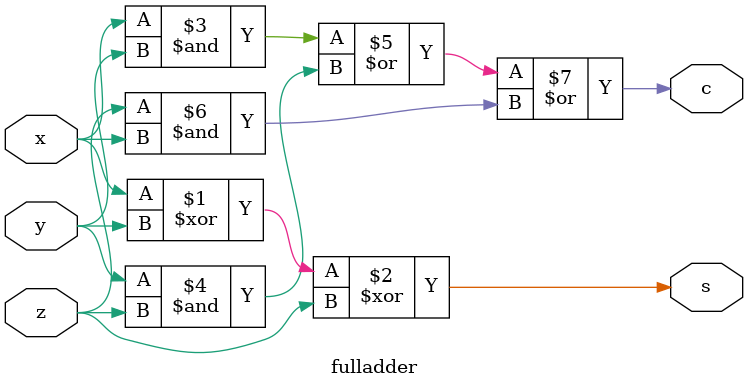
<source format=v>
module fulladder(x, y, z, s, c);
input x, y, z;
output s, c;
assign s = x ^ y ^ z;
assign c = x&y | y&z | z&x;
endmodule


</source>
